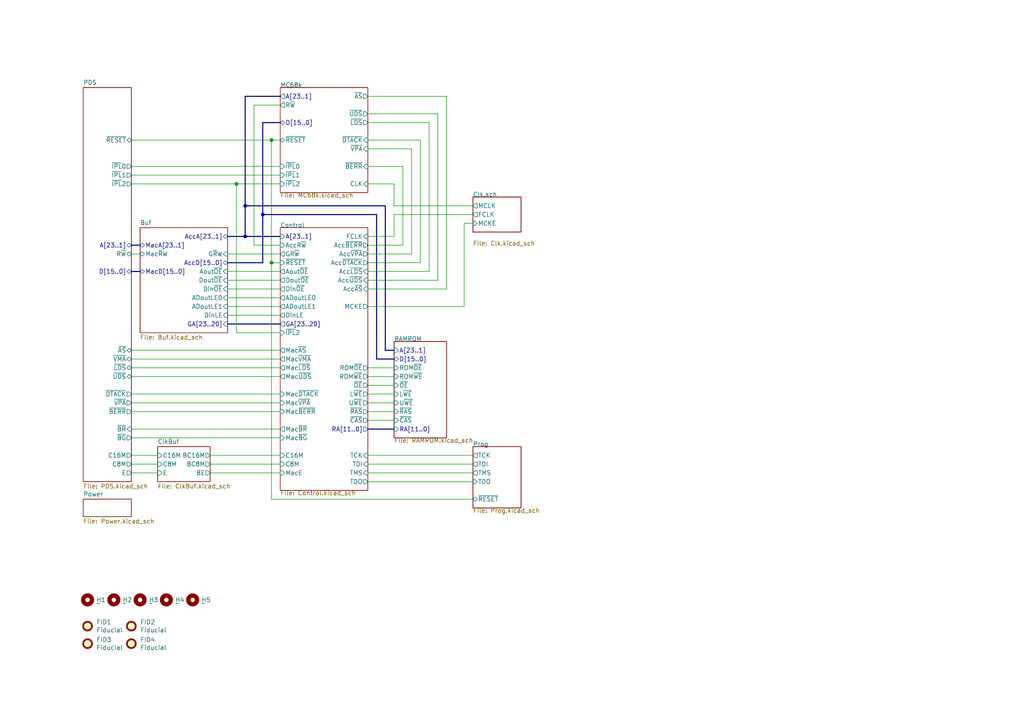
<source format=kicad_sch>
(kicad_sch (version 20231120) (generator "eeschema") (generator_version "8.0")
  (paper "A4")
  (title_block (title "WarpSE (GW4410A)") (date "2024-04-23") (rev "1.0") (company "Garrett's Workshop"))
  (lib_symbols
    (symbol "Mechanical:Fiducial"
      (property "Reference" "FID" (at 0 5.08 0))
      (property "Value" "Fiducial" (at 0 3.175 0))
      (symbol "Fiducial_0_1"
        (circle (center 0 0) (radius 1.27) (stroke (width 0.508)) (fill (type background)))
      )
    )
    (symbol "Mechanical:MountingHole" (pin_names (offset 1.016))
      (property "Reference" "H" (at 0 5.08 0))
      (property "Value" "MountingHole" (at 0 3.175 0))
      (symbol "MountingHole_0_1"
        (circle (center 0 0) (radius 1.27) (stroke (width 1.27)))
      )
    )
  )
  (junction (at 78.74 76.2))
  (junction (at 71.12 59.69))
  (junction (at 68.58 53.34))
  (junction (at 71.12 68.58))
  (junction (at 76.2 62.23))
  (junction (at 78.74 40.64))
  (bus (pts (xy 71.12 27.94) (xy 71.12 59.69)))
  (wire (pts (xy 66.04 86.36) (xy 81.28 86.36)))
  (wire (pts (xy 38.1 137.16) (xy 45.72 137.16)))
  (wire (pts (xy 129.54 27.94) (xy 129.54 83.82)))
  (bus (pts (xy 109.22 62.23) (xy 76.2 62.23)))
  (wire (pts (xy 106.68 134.62) (xy 137.16 134.62)))
  (bus (pts (xy 71.12 59.69) (xy 71.12 68.58)))
  (wire (pts (xy 68.58 53.34) (xy 81.28 53.34)))
  (wire (pts (xy 106.68 27.94) (xy 129.54 27.94)))
  (wire (pts (xy 106.68 73.66) (xy 119.38 73.66)))
  (wire (pts (xy 78.74 40.64) (xy 81.28 40.64)))
  (wire (pts (xy 106.68 35.56) (xy 124.46 35.56)))
  (wire (pts (xy 73.66 30.48) (xy 81.28 30.48)))
  (wire (pts (xy 106.68 88.9) (xy 134.62 88.9)))
  (wire (pts (xy 66.04 81.28) (xy 81.28 81.28)))
  (wire (pts (xy 127 81.28) (xy 106.68 81.28)))
  (wire (pts (xy 106.68 109.22) (xy 114.3 109.22)))
  (wire (pts (xy 78.74 76.2) (xy 81.28 76.2)))
  (wire (pts (xy 38.1 50.8) (xy 81.28 50.8)))
  (wire (pts (xy 38.1 104.14) (xy 81.28 104.14)))
  (wire (pts (xy 124.46 35.56) (xy 124.46 78.74)))
  (wire (pts (xy 106.68 137.16) (xy 137.16 137.16)))
  (bus (pts (xy 38.1 78.74) (xy 40.64 78.74)))
  (wire (pts (xy 60.96 137.16) (xy 81.28 137.16)))
  (wire (pts (xy 38.1 116.84) (xy 81.28 116.84)))
  (wire (pts (xy 81.28 96.52) (xy 68.58 96.52)))
  (wire (pts (xy 106.68 33.02) (xy 127 33.02)))
  (wire (pts (xy 68.58 53.34) (xy 68.58 96.52)))
  (bus (pts (xy 81.28 35.56) (xy 76.2 35.56)))
  (bus (pts (xy 114.3 104.14) (xy 109.22 104.14)))
  (wire (pts (xy 106.68 121.92) (xy 114.3 121.92)))
  (bus (pts (xy 111.76 101.6) (xy 114.3 101.6)))
  (bus (pts (xy 66.04 93.98) (xy 81.28 93.98)))
  (wire (pts (xy 38.1 119.38) (xy 81.28 119.38)))
  (bus (pts (xy 71.12 68.58) (xy 81.28 68.58)))
  (bus (pts (xy 76.2 76.2) (xy 66.04 76.2)))
  (bus (pts (xy 38.1 71.12) (xy 40.64 71.12)))
  (wire (pts (xy 38.1 114.3) (xy 81.28 114.3)))
  (wire (pts (xy 38.1 124.46) (xy 81.28 124.46)))
  (wire (pts (xy 38.1 53.34) (xy 68.58 53.34)))
  (bus (pts (xy 71.12 59.69) (xy 111.76 59.69)))
  (wire (pts (xy 38.1 127) (xy 81.28 127)))
  (wire (pts (xy 106.68 114.3) (xy 114.3 114.3)))
  (wire (pts (xy 119.38 43.18) (xy 119.38 73.66)))
  (wire (pts (xy 38.1 48.26) (xy 81.28 48.26)))
  (wire (pts (xy 114.3 62.23) (xy 137.16 62.23)))
  (wire (pts (xy 106.68 119.38) (xy 114.3 119.38)))
  (wire (pts (xy 38.1 134.62) (xy 45.72 134.62)))
  (wire (pts (xy 106.68 43.18) (xy 119.38 43.18)))
  (bus (pts (xy 106.68 124.46) (xy 114.3 124.46)))
  (wire (pts (xy 73.66 30.48) (xy 73.66 71.12)))
  (wire (pts (xy 60.96 132.08) (xy 81.28 132.08)))
  (wire (pts (xy 114.3 53.34) (xy 114.3 59.69)))
  (wire (pts (xy 106.68 68.58) (xy 114.3 68.58)))
  (wire (pts (xy 106.68 139.7) (xy 137.16 139.7)))
  (wire (pts (xy 116.84 71.12) (xy 106.68 71.12)))
  (bus (pts (xy 111.76 59.69) (xy 111.76 101.6)))
  (wire (pts (xy 73.66 71.12) (xy 81.28 71.12)))
  (wire (pts (xy 137.16 64.77) (xy 134.62 64.77)))
  (wire (pts (xy 38.1 101.6) (xy 81.28 101.6)))
  (wire (pts (xy 78.74 76.2) (xy 78.74 144.78)))
  (wire (pts (xy 106.68 111.76) (xy 114.3 111.76)))
  (wire (pts (xy 66.04 88.9) (xy 81.28 88.9)))
  (wire (pts (xy 121.92 40.64) (xy 121.92 76.2)))
  (wire (pts (xy 60.96 134.62) (xy 81.28 134.62)))
  (wire (pts (xy 106.68 132.08) (xy 137.16 132.08)))
  (bus (pts (xy 81.28 27.94) (xy 71.12 27.94)))
  (wire (pts (xy 106.68 48.26) (xy 116.84 48.26)))
  (wire (pts (xy 38.1 40.64) (xy 78.74 40.64)))
  (bus (pts (xy 71.12 68.58) (xy 66.04 68.58)))
  (wire (pts (xy 106.68 116.84) (xy 114.3 116.84)))
  (wire (pts (xy 129.54 83.82) (xy 106.68 83.82)))
  (wire (pts (xy 114.3 62.23) (xy 114.3 68.58)))
  (wire (pts (xy 106.68 106.68) (xy 114.3 106.68)))
  (wire (pts (xy 124.46 78.74) (xy 106.68 78.74)))
  (bus (pts (xy 109.22 62.23) (xy 109.22 104.14)))
  (wire (pts (xy 116.84 48.26) (xy 116.84 71.12)))
  (wire (pts (xy 38.1 106.68) (xy 81.28 106.68)))
  (wire (pts (xy 66.04 91.44) (xy 81.28 91.44)))
  (wire (pts (xy 38.1 73.66) (xy 40.64 73.66)))
  (wire (pts (xy 78.74 144.78) (xy 137.16 144.78)))
  (wire (pts (xy 134.62 64.77) (xy 134.62 88.9)))
  (wire (pts (xy 66.04 78.74) (xy 81.28 78.74)))
  (wire (pts (xy 78.74 40.64) (xy 78.74 76.2)))
  (wire (pts (xy 106.68 40.64) (xy 121.92 40.64)))
  (bus (pts (xy 76.2 35.56) (xy 76.2 62.23)))
  (bus (pts (xy 76.2 62.23) (xy 76.2 76.2)))
  (wire (pts (xy 66.04 73.66) (xy 81.28 73.66)))
  (wire (pts (xy 127 33.02) (xy 127 81.28)))
  (wire (pts (xy 38.1 132.08) (xy 45.72 132.08)))
  (wire (pts (xy 114.3 59.69) (xy 137.16 59.69)))
  (wire (pts (xy 38.1 109.22) (xy 81.28 109.22)))
  (wire (pts (xy 66.04 83.82) (xy 81.28 83.82)))
  (wire (pts (xy 114.3 53.34) (xy 106.68 53.34)))
  (wire (pts (xy 121.92 76.2) (xy 106.68 76.2)))
  (symbol (lib_id "Mechanical:MountingHole") (at 55.88 173.99 0) (unit 1)
    (property "Reference" "H5" (at 58.42 173.99 0) (effects (justify left)))
    (property "Value" "~" (at 58.42 175.006 0) (effects (justify left)))
    (property "Footprint" "stdpads:PasteHole_1.152mm_NPTH" (effects (hide yes)))
  )
  (symbol (lib_id "Mechanical:Fiducial") (at 25.4 181.61 0) (unit 1)
    (property "Reference" "FID1" (at 27.94 180.4416 0) (effects (justify left)))
    (property "Value" "Fiducial" (at 27.94 182.753 0) (effects (justify left)))
    (property "Footprint" "stdpads:Fiducial" (effects (hide yes)))
  )
  (symbol (lib_id "Mechanical:Fiducial") (at 38.1 181.61 0) (unit 1)
    (property "Reference" "FID2" (at 40.64 180.4416 0) (effects (justify left)))
    (property "Value" "Fiducial" (at 40.64 182.753 0) (effects (justify left)))
    (property "Footprint" "stdpads:Fiducial" (effects (hide yes)))
  )
  (symbol (lib_id "Mechanical:Fiducial") (at 25.4 186.69 0) (unit 1)
    (property "Reference" "FID3" (at 27.94 185.5216 0) (effects (justify left)))
    (property "Value" "Fiducial" (at 27.94 187.833 0) (effects (justify left)))
    (property "Footprint" "stdpads:Fiducial" (effects (hide yes)))
  )
  (symbol (lib_id "Mechanical:Fiducial") (at 38.1 186.69 0) (unit 1)
    (property "Reference" "FID4" (at 40.64 185.5216 0) (effects (justify left)))
    (property "Value" "Fiducial" (at 40.64 187.833 0) (effects (justify left)))
    (property "Footprint" "stdpads:Fiducial" (effects (hide yes)))
  )
  (symbol (lib_id "Mechanical:MountingHole") (at 25.4 173.99 0) (unit 1)
    (property "Reference" "H1" (at 27.94 173.99 0) (effects (justify left)))
    (property "Value" "~" (at 27.94 175.006 0) (effects (justify left)))
    (property "Footprint" "stdpads:PasteHole_1.152mm_NPTH" (effects (hide yes)))
  )
  (symbol (lib_id "Mechanical:MountingHole") (at 33.02 173.99 0) (unit 1)
    (property "Reference" "H2" (at 35.56 173.99 0) (effects (justify left)))
    (property "Value" "~" (at 35.56 175.006 0) (effects (justify left)))
    (property "Footprint" "stdpads:PasteHole_1.152mm_NPTH" (effects (hide yes)))
  )
  (symbol (lib_id "Mechanical:MountingHole") (at 40.64 173.99 0) (unit 1)
    (property "Reference" "H3" (at 43.18 173.99 0) (effects (justify left)))
    (property "Value" "~" (at 43.18 175.006 0) (effects (justify left)))
    (property "Footprint" "stdpads:PasteHole_1.152mm_NPTH" (effects (hide yes)))
  )
  (symbol (lib_id "Mechanical:MountingHole") (at 48.26 173.99 0) (unit 1)
    (property "Reference" "H4" (at 50.8 173.99 0) (effects (justify left)))
    (property "Value" "~" (at 50.8 175.006 0) (effects (justify left)))
    (property "Footprint" "stdpads:PasteHole_1.152mm_NPTH" (effects (hide yes)))
  )
  (sheet (at 24.13 25.4) (size 13.97 114.3)
    (property "Sheetname" "PDS" (at 24.13 24.6884 0) (effects (justify left bottom)))
    (property "Sheetfile" "PDS.kicad_sch" (at 24.13 140.2846 0) (effects (justify left top)))
    (pin "A[23..1]" bidirectional (at 38.1 71.12 0))
    (pin "D[15..0]" bidirectional (at 38.1 78.74 0))
    (pin "~{AS}" bidirectional (at 38.1 101.6 0))
    (pin "~{LDS}" bidirectional (at 38.1 106.68 0))
    (pin "~{UDS}" bidirectional (at 38.1 109.22 0))
    (pin "R~{W}" bidirectional (at 38.1 73.66 0))
    (pin "~{VMA}" bidirectional (at 38.1 104.14 0))
    (pin "~{VPA}" output (at 38.1 116.84 0))
    (pin "~{DTACK}" output (at 38.1 114.3 0))
    (pin "~{RESET}" bidirectional (at 38.1 40.64 0))
    (pin "~{IPL}0" output (at 38.1 48.26 0))
    (pin "~{IPL}1" output (at 38.1 50.8 0))
    (pin "~{IPL}2" output (at 38.1 53.34 0))
    (pin "~{BERR}" output (at 38.1 119.38 0))
    (pin "E" output (at 38.1 137.16 0))
    (pin "C8M" output (at 38.1 134.62 0))
    (pin "C16M" output (at 38.1 132.08 0))
    (pin "~{BG}" output (at 38.1 127 0))
    (pin "~{BR}" input (at 38.1 124.46 0))
  )
  (sheet (at 81.28 66.04) (size 25.4 76.2)
    (property "Sheetname" "Control" (at 81.28 66.04 0) (effects (justify left bottom)))
    (property "Sheetfile" "Control.kicad_sch" (at 81.28 142.24 0) (effects (justify left top)))
    (pin "~{RESET}" input (at 81.28 76.2 180))
    (pin "FCLK" input (at 106.68 68.58 0))
    (pin "Mac~{AS}" output (at 81.28 101.6 180))
    (pin "Mac~{VMA}" output (at 81.28 104.14 180))
    (pin "Mac~{DTACK}" input (at 81.28 114.3 180))
    (pin "Mac~{VPA}" input (at 81.28 116.84 180))
    (pin "Mac~{BERR}" input (at 81.28 119.38 180))
    (pin "MacE" input (at 81.28 137.16 180))
    (pin "C8M" input (at 81.28 134.62 180))
    (pin "C16M" input (at 81.28 132.08 180))
    (pin "Acc~{DTACK}" output (at 106.68 76.2 0))
    (pin "Acc~{BERR}" output (at 106.68 71.12 0))
    (pin "Acc~{UDS}" input (at 106.68 81.28 0))
    (pin "Acc~{LDS}" input (at 106.68 78.74 0))
    (pin "Acc~{AS}" input (at 106.68 83.82 0))
    (pin "~{OE}" output (at 106.68 111.76 0))
    (pin "Mac~{UDS}" output (at 81.28 109.22 180))
    (pin "Mac~{LDS}" output (at 81.28 106.68 180))
    (pin "Acc~{VPA}" output (at 106.68 73.66 0))
    (pin "AccR~{W}" input (at 81.28 71.12 180))
    (pin "L~{WE}" output (at 106.68 114.3 0))
    (pin "U~{WE}" output (at 106.68 116.84 0))
    (pin "~{RAS}" output (at 106.68 119.38 0))
    (pin "~{CAS}" output (at 106.68 121.92 0))
    (pin "ROM~{OE}" output (at 106.68 106.68 0))
    (pin "DinLE" output (at 81.28 91.44 180))
    (pin "Dout~{OE}" output (at 81.28 81.28 180))
    (pin "Aout~{OE}" output (at 81.28 78.74 180))
    (pin "Din~{OE}" output (at 81.28 83.82 180))
    (pin "RA[11..0]" output (at 106.68 124.46 0))
    (pin "A[23..1]" input (at 81.28 68.58 180))
    (pin "ADoutLE0" output (at 81.28 86.36 180))
    (pin "ADoutLE1" output (at 81.28 88.9 180))
    (pin "ROM~{WE}" output (at 106.68 109.22 0))
    (pin "TDI" input (at 106.68 134.62 0))
    (pin "TMS" input (at 106.68 137.16 0))
    (pin "TCK" input (at 106.68 132.08 0))
    (pin "TDO" output (at 106.68 139.7 0))
    (pin "Mac~{BR}" output (at 81.28 124.46 180))
    (pin "Mac~{BG}" input (at 81.28 127 180))
    (pin "~{IPL}2" input (at 81.28 96.52 180))
    (pin "MCKE" output (at 106.68 88.9 0))
    (pin "GA[23..20]" output (at 81.28 93.98 180))
    (pin "GR~{W}" output (at 81.28 73.66 180))
  )
  (sheet (at 114.3 99.06) (size 15.24 27.94)
    (property "Sheetname" "RAMROM" (at 114.3 99.06 0) (effects (justify left bottom)))
    (property "Sheetfile" "RAMROM.kicad_sch" (at 114.3 127 0) (effects (justify left top)))
    (pin "~{RAS}" input (at 114.3 119.38 180))
    (pin "D[15..0]" bidirectional (at 114.3 104.14 180))
    (pin "~{CAS}" input (at 114.3 121.92 180))
    (pin "~{OE}" input (at 114.3 111.76 180))
    (pin "RA[11..0]" input (at 114.3 124.46 180))
    (pin "L~{WE}" input (at 114.3 114.3 180))
    (pin "U~{WE}" input (at 114.3 116.84 180))
    (pin "ROM~{OE}" input (at 114.3 106.68 180))
    (pin "A[23..1]" input (at 114.3 101.6 180))
    (pin "ROM~{WE}" input (at 114.3 109.22 180))
  )
  (sheet (at 81.28 25.4) (size 25.4 30.48)
    (property "Sheetname" "MC68k" (at 81.28 25.4 0) (effects (justify left bottom)))
    (property "Sheetfile" "MC68k.kicad_sch" (at 81.28 55.88 0) (effects (justify left top)))
    (pin "A[23..1]" output (at 81.28 27.94 180))
    (pin "D[15..0]" bidirectional (at 81.28 35.56 180))
    (pin "~{AS}" output (at 106.68 27.94 0))
    (pin "R~{W}" output (at 81.28 30.48 180))
    (pin "~{LDS}" output (at 106.68 35.56 0))
    (pin "~{UDS}" output (at 106.68 33.02 0))
    (pin "~{DTACK}" input (at 106.68 40.64 0))
    (pin "~{VPA}" input (at 106.68 43.18 0))
    (pin "~{RESET}" bidirectional (at 81.28 40.64 180))
    (pin "~{BERR}" input (at 106.68 48.26 0))
    (pin "~{IPL}0" input (at 81.28 48.26 180))
    (pin "~{IPL}1" input (at 81.28 50.8 180))
    (pin "~{IPL}2" input (at 81.28 53.34 180))
    (pin "CLK" input (at 106.68 53.34 0))
  )
  (sheet (at 40.64 66.04) (size 25.4 30.48)
    (property "Sheetname" "Buf" (at 40.64 65.3284 0) (effects (justify left bottom)))
    (property "Sheetfile" "Buf.kicad_sch" (at 40.64 97.1046 0) (effects (justify left top)))
    (pin "AccA[23..1]" bidirectional (at 66.04 68.58 0))
    (pin "MacA[23..1]" bidirectional (at 40.64 71.12 180))
    (pin "AccD[15..0]" bidirectional (at 66.04 76.2 0))
    (pin "MacD[15..0]" bidirectional (at 40.64 78.74 180))
    (pin "Dout~{OE}" input (at 66.04 81.28 0))
    (pin "Din~{OE}" input (at 66.04 83.82 0))
    (pin "DinLE" input (at 66.04 91.44 0))
    (pin "Aout~{OE}" input (at 66.04 78.74 0))
    (pin "Mac~{R}W" tri_state (at 40.64 73.66 180))
    (pin "G~{R}W" input (at 66.04 73.66 0))
    (pin "ADoutLE0" input (at 66.04 86.36 0))
    (pin "ADoutLE1" input (at 66.04 88.9 0))
    (pin "GA[23..20]" input (at 66.04 93.98 0))
  )
  (sheet (at 137.16 57.15) (size 13.97 10.16)
    (property "Sheetname" "Clk.sch" (at 137.16 57.15 0) (effects (justify left bottom)))
    (property "Sheetfile" "Clk.kicad_sch" (at 137.16 69.85 0) (effects (justify left top)))
    (pin "MCLK" output (at 137.16 59.69 180))
    (pin "FCLK" output (at 137.16 62.23 180))
    (pin "MCKE" input (at 137.16 64.77 180))
  )
  (sheet (at 137.16 129.54) (size 13.97 17.78)
    (property "Sheetname" "Prog" (at 137.16 129.54 0) (effects (justify left bottom)))
    (property "Sheetfile" "Prog.kicad_sch" (at 137.16 147.32 0) (effects (justify left top)))
    (pin "TCK" output (at 137.16 132.08 180))
    (pin "TDI" output (at 137.16 134.62 180))
    (pin "TMS" output (at 137.16 137.16 180))
    (pin "TDO" input (at 137.16 139.7 180))
    (pin "~{RESET}" tri_state (at 137.16 144.78 180))
  )
  (sheet (at 24.13 144.78) (size 13.97 5.08)
    (property "Sheetname" "Power" (at 24.13 144.0684 0) (effects (justify left bottom)))
    (property "Sheetfile" "Power.kicad_sch" (at 24.13 150.4446 0) (effects (justify left top)))
  )
  (sheet (at 45.72 129.54) (size 15.24 10.16) (stroke (width 0.1524))
    (property "Sheetname" "ClkBuf" (at 45.72 128.8284 0) (effects (justify left bottom)))
    (property "Sheetfile" "ClkBuf.kicad_sch" (at 45.72 140.2846 0) (effects (justify left top)))
    (pin "BC16M" output (at 60.96 132.08 0))
    (pin "C16M" input (at 45.72 132.08 180))
    (pin "BE" output (at 60.96 137.16 0))
    (pin "E" input (at 45.72 137.16 180))
    (pin "BC8M" output (at 60.96 134.62 0))
    (pin "C8M" input (at 45.72 134.62 180))
  )
)
</source>
